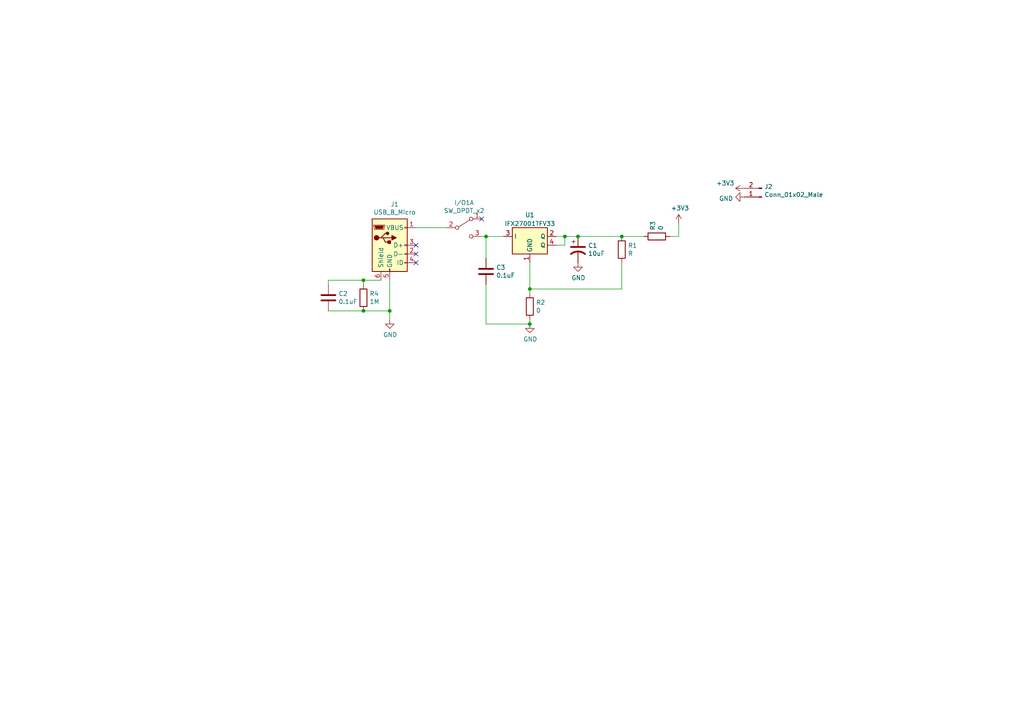
<source format=kicad_sch>
(kicad_sch (version 20211123) (generator eeschema)

  (uuid 4578a8d8-a5b6-4514-84fc-a58c69909511)

  (paper "A4")

  (lib_symbols
    (symbol "BadgePiratesSymbolLibrary:IFX27001TFV33" (in_bom yes) (on_board yes)
      (property "Reference" "U" (id 0) (at 0 6.35 0)
        (effects (font (size 1.27 1.27)))
      )
      (property "Value" "IFX27001TFV33" (id 1) (at 0 3.81 0)
        (effects (font (size 1.27 1.27)))
      )
      (property "Footprint" "Package_TO_SOT_SMD:TO-252-3_TabPin2" (id 2) (at 0 -1.27 0)
        (effects (font (size 1.27 1.27)) hide)
      )
      (property "Datasheet" "https://static6.arrow.com/aropdfconversion/dc75757ae45a88e5f69bdce3f2a651a5fe0ca07d/ifx27001_ds_10.pdf" (id 3) (at 0 -1.27 0)
        (effects (font (size 1.27 1.27)) hide)
      )
      (property "ki_keywords" "LDO positive voltage industrial" (id 4) (at 0 0 0)
        (effects (font (size 1.27 1.27)) hide)
      )
      (property "ki_description" "1A Low Dropout Regulator, positive, 3.3V fixed output, TO-252-3" (id 5) (at 0 0 0)
        (effects (font (size 1.27 1.27)) hide)
      )
      (property "ki_fp_filters" "TO?252*" (id 6) (at 0 0 0)
        (effects (font (size 1.27 1.27)) hide)
      )
      (symbol "IFX27001TFV33_1_1"
        (rectangle (start -5.08 2.54) (end 5.08 -5.08)
          (stroke (width 0.254) (type default) (color 0 0 0 0))
          (fill (type background))
        )
        (pin power_in line (at 0 -7.62 90) (length 2.54)
          (name "GND" (effects (font (size 1.27 1.27))))
          (number "1" (effects (font (size 1.27 1.27))))
        )
        (pin power_out line (at 7.62 0 180) (length 2.54)
          (name "Q" (effects (font (size 1.27 1.27))))
          (number "2" (effects (font (size 1.27 1.27))))
        )
        (pin power_in line (at -7.62 0 0) (length 2.54)
          (name "I" (effects (font (size 1.27 1.27))))
          (number "3" (effects (font (size 1.27 1.27))))
        )
        (pin power_out line (at 7.62 -2.54 180) (length 2.54)
          (name "Q" (effects (font (size 1.27 1.27))))
          (number "4" (effects (font (size 1.27 1.27))))
        )
      )
    )
    (symbol "Pivot_stand-rescue:+3.3V-power" (power) (pin_names (offset 0)) (in_bom yes) (on_board yes)
      (property "Reference" "#PWR" (id 0) (at 0 -3.81 0)
        (effects (font (size 1.27 1.27)) hide)
      )
      (property "Value" "+3.3V-power" (id 1) (at 0 3.556 0)
        (effects (font (size 1.27 1.27)))
      )
      (property "Footprint" "" (id 2) (at 0 0 0)
        (effects (font (size 1.27 1.27)) hide)
      )
      (property "Datasheet" "" (id 3) (at 0 0 0)
        (effects (font (size 1.27 1.27)) hide)
      )
      (symbol "+3.3V-power_0_1"
        (polyline
          (pts
            (xy -0.762 1.27)
            (xy 0 2.54)
          )
          (stroke (width 0) (type default) (color 0 0 0 0))
          (fill (type none))
        )
        (polyline
          (pts
            (xy 0 0)
            (xy 0 2.54)
          )
          (stroke (width 0) (type default) (color 0 0 0 0))
          (fill (type none))
        )
        (polyline
          (pts
            (xy 0 2.54)
            (xy 0.762 1.27)
          )
          (stroke (width 0) (type default) (color 0 0 0 0))
          (fill (type none))
        )
      )
      (symbol "+3.3V-power_1_1"
        (pin power_in line (at 0 0 90) (length 0) hide
          (name "+3V3" (effects (font (size 1.27 1.27))))
          (number "1" (effects (font (size 1.27 1.27))))
        )
      )
    )
    (symbol "Pivot_stand-rescue:C-Device" (pin_numbers hide) (pin_names (offset 0.254)) (in_bom yes) (on_board yes)
      (property "Reference" "C" (id 0) (at 0.635 2.54 0)
        (effects (font (size 1.27 1.27)) (justify left))
      )
      (property "Value" "C-Device" (id 1) (at 0.635 -2.54 0)
        (effects (font (size 1.27 1.27)) (justify left))
      )
      (property "Footprint" "" (id 2) (at 0.9652 -3.81 0)
        (effects (font (size 1.27 1.27)) hide)
      )
      (property "Datasheet" "" (id 3) (at 0 0 0)
        (effects (font (size 1.27 1.27)) hide)
      )
      (property "ki_fp_filters" "C_*" (id 4) (at 0 0 0)
        (effects (font (size 1.27 1.27)) hide)
      )
      (symbol "C-Device_0_1"
        (polyline
          (pts
            (xy -2.032 -0.762)
            (xy 2.032 -0.762)
          )
          (stroke (width 0.508) (type default) (color 0 0 0 0))
          (fill (type none))
        )
        (polyline
          (pts
            (xy -2.032 0.762)
            (xy 2.032 0.762)
          )
          (stroke (width 0.508) (type default) (color 0 0 0 0))
          (fill (type none))
        )
      )
      (symbol "C-Device_1_1"
        (pin passive line (at 0 3.81 270) (length 2.794)
          (name "~" (effects (font (size 1.27 1.27))))
          (number "1" (effects (font (size 1.27 1.27))))
        )
        (pin passive line (at 0 -3.81 90) (length 2.794)
          (name "~" (effects (font (size 1.27 1.27))))
          (number "2" (effects (font (size 1.27 1.27))))
        )
      )
    )
    (symbol "Pivot_stand-rescue:CP1-Device" (pin_numbers hide) (pin_names (offset 0.254) hide) (in_bom yes) (on_board yes)
      (property "Reference" "C" (id 0) (at 0.635 2.54 0)
        (effects (font (size 1.27 1.27)) (justify left))
      )
      (property "Value" "CP1-Device" (id 1) (at 0.635 -2.54 0)
        (effects (font (size 1.27 1.27)) (justify left))
      )
      (property "Footprint" "" (id 2) (at 0 0 0)
        (effects (font (size 1.27 1.27)) hide)
      )
      (property "Datasheet" "" (id 3) (at 0 0 0)
        (effects (font (size 1.27 1.27)) hide)
      )
      (property "ki_fp_filters" "CP_*" (id 4) (at 0 0 0)
        (effects (font (size 1.27 1.27)) hide)
      )
      (symbol "CP1-Device_0_1"
        (polyline
          (pts
            (xy -2.032 0.762)
            (xy 2.032 0.762)
          )
          (stroke (width 0.508) (type default) (color 0 0 0 0))
          (fill (type none))
        )
        (polyline
          (pts
            (xy -1.778 2.286)
            (xy -0.762 2.286)
          )
          (stroke (width 0) (type default) (color 0 0 0 0))
          (fill (type none))
        )
        (polyline
          (pts
            (xy -1.27 1.778)
            (xy -1.27 2.794)
          )
          (stroke (width 0) (type default) (color 0 0 0 0))
          (fill (type none))
        )
        (arc (start 2.032 -1.27) (mid 0 -0.5572) (end -2.032 -1.27)
          (stroke (width 0.508) (type default) (color 0 0 0 0))
          (fill (type none))
        )
      )
      (symbol "CP1-Device_1_1"
        (pin passive line (at 0 3.81 270) (length 2.794)
          (name "~" (effects (font (size 1.27 1.27))))
          (number "1" (effects (font (size 1.27 1.27))))
        )
        (pin passive line (at 0 -3.81 90) (length 3.302)
          (name "~" (effects (font (size 1.27 1.27))))
          (number "2" (effects (font (size 1.27 1.27))))
        )
      )
    )
    (symbol "Pivot_stand-rescue:Conn_01x02_Male-Connector" (pin_names (offset 1.016) hide) (in_bom yes) (on_board yes)
      (property "Reference" "J" (id 0) (at 0 2.54 0)
        (effects (font (size 1.27 1.27)))
      )
      (property "Value" "Conn_01x02_Male-Connector" (id 1) (at 0 -5.08 0)
        (effects (font (size 1.27 1.27)))
      )
      (property "Footprint" "" (id 2) (at 0 0 0)
        (effects (font (size 1.27 1.27)) hide)
      )
      (property "Datasheet" "" (id 3) (at 0 0 0)
        (effects (font (size 1.27 1.27)) hide)
      )
      (property "ki_fp_filters" "Connector*:*_1x??_*" (id 4) (at 0 0 0)
        (effects (font (size 1.27 1.27)) hide)
      )
      (symbol "Conn_01x02_Male-Connector_1_1"
        (polyline
          (pts
            (xy 1.27 -2.54)
            (xy 0.8636 -2.54)
          )
          (stroke (width 0.1524) (type default) (color 0 0 0 0))
          (fill (type none))
        )
        (polyline
          (pts
            (xy 1.27 0)
            (xy 0.8636 0)
          )
          (stroke (width 0.1524) (type default) (color 0 0 0 0))
          (fill (type none))
        )
        (rectangle (start 0.8636 -2.413) (end 0 -2.667)
          (stroke (width 0.1524) (type default) (color 0 0 0 0))
          (fill (type outline))
        )
        (rectangle (start 0.8636 0.127) (end 0 -0.127)
          (stroke (width 0.1524) (type default) (color 0 0 0 0))
          (fill (type outline))
        )
        (pin passive line (at 5.08 0 180) (length 3.81)
          (name "Pin_1" (effects (font (size 1.27 1.27))))
          (number "1" (effects (font (size 1.27 1.27))))
        )
        (pin passive line (at 5.08 -2.54 180) (length 3.81)
          (name "Pin_2" (effects (font (size 1.27 1.27))))
          (number "2" (effects (font (size 1.27 1.27))))
        )
      )
    )
    (symbol "Pivot_stand-rescue:R-Device" (pin_numbers hide) (pin_names (offset 0)) (in_bom yes) (on_board yes)
      (property "Reference" "R" (id 0) (at 2.032 0 90)
        (effects (font (size 1.27 1.27)))
      )
      (property "Value" "R-Device" (id 1) (at 0 0 90)
        (effects (font (size 1.27 1.27)))
      )
      (property "Footprint" "" (id 2) (at -1.778 0 90)
        (effects (font (size 1.27 1.27)) hide)
      )
      (property "Datasheet" "" (id 3) (at 0 0 0)
        (effects (font (size 1.27 1.27)) hide)
      )
      (property "ki_fp_filters" "R_*" (id 4) (at 0 0 0)
        (effects (font (size 1.27 1.27)) hide)
      )
      (symbol "R-Device_0_1"
        (rectangle (start -1.016 -2.54) (end 1.016 2.54)
          (stroke (width 0.254) (type default) (color 0 0 0 0))
          (fill (type none))
        )
      )
      (symbol "R-Device_1_1"
        (pin passive line (at 0 3.81 270) (length 1.27)
          (name "~" (effects (font (size 1.27 1.27))))
          (number "1" (effects (font (size 1.27 1.27))))
        )
        (pin passive line (at 0 -3.81 90) (length 1.27)
          (name "~" (effects (font (size 1.27 1.27))))
          (number "2" (effects (font (size 1.27 1.27))))
        )
      )
    )
    (symbol "Pivot_stand-rescue:USB_B_Micro-Connector" (pin_names (offset 1.016)) (in_bom yes) (on_board yes)
      (property "Reference" "J" (id 0) (at -5.08 11.43 0)
        (effects (font (size 1.27 1.27)) (justify left))
      )
      (property "Value" "USB_B_Micro-Connector" (id 1) (at -5.08 8.89 0)
        (effects (font (size 1.27 1.27)) (justify left))
      )
      (property "Footprint" "" (id 2) (at 3.81 -1.27 0)
        (effects (font (size 1.27 1.27)) hide)
      )
      (property "Datasheet" "" (id 3) (at 3.81 -1.27 0)
        (effects (font (size 1.27 1.27)) hide)
      )
      (property "ki_fp_filters" "USB*" (id 4) (at 0 0 0)
        (effects (font (size 1.27 1.27)) hide)
      )
      (symbol "USB_B_Micro-Connector_0_1"
        (rectangle (start -5.08 -7.62) (end 5.08 7.62)
          (stroke (width 0.254) (type default) (color 0 0 0 0))
          (fill (type background))
        )
        (circle (center -3.81 2.159) (radius 0.635)
          (stroke (width 0.254) (type default) (color 0 0 0 0))
          (fill (type outline))
        )
        (circle (center -0.635 3.429) (radius 0.381)
          (stroke (width 0.254) (type default) (color 0 0 0 0))
          (fill (type outline))
        )
        (rectangle (start -0.127 -7.62) (end 0.127 -6.858)
          (stroke (width 0) (type default) (color 0 0 0 0))
          (fill (type none))
        )
        (polyline
          (pts
            (xy -1.905 2.159)
            (xy 0.635 2.159)
          )
          (stroke (width 0.254) (type default) (color 0 0 0 0))
          (fill (type none))
        )
        (polyline
          (pts
            (xy -3.175 2.159)
            (xy -2.54 2.159)
            (xy -1.27 3.429)
            (xy -0.635 3.429)
          )
          (stroke (width 0.254) (type default) (color 0 0 0 0))
          (fill (type none))
        )
        (polyline
          (pts
            (xy -2.54 2.159)
            (xy -1.905 2.159)
            (xy -1.27 0.889)
            (xy 0 0.889)
          )
          (stroke (width 0.254) (type default) (color 0 0 0 0))
          (fill (type none))
        )
        (polyline
          (pts
            (xy 0.635 2.794)
            (xy 0.635 1.524)
            (xy 1.905 2.159)
            (xy 0.635 2.794)
          )
          (stroke (width 0.254) (type default) (color 0 0 0 0))
          (fill (type outline))
        )
        (polyline
          (pts
            (xy -4.318 5.588)
            (xy -1.778 5.588)
            (xy -2.032 4.826)
            (xy -4.064 4.826)
            (xy -4.318 5.588)
          )
          (stroke (width 0) (type default) (color 0 0 0 0))
          (fill (type outline))
        )
        (polyline
          (pts
            (xy -4.699 5.842)
            (xy -4.699 5.588)
            (xy -4.445 4.826)
            (xy -4.445 4.572)
            (xy -1.651 4.572)
            (xy -1.651 4.826)
            (xy -1.397 5.588)
            (xy -1.397 5.842)
            (xy -4.699 5.842)
          )
          (stroke (width 0) (type default) (color 0 0 0 0))
          (fill (type none))
        )
        (rectangle (start 0.254 1.27) (end -0.508 0.508)
          (stroke (width 0.254) (type default) (color 0 0 0 0))
          (fill (type outline))
        )
        (rectangle (start 5.08 -5.207) (end 4.318 -4.953)
          (stroke (width 0) (type default) (color 0 0 0 0))
          (fill (type none))
        )
        (rectangle (start 5.08 -2.667) (end 4.318 -2.413)
          (stroke (width 0) (type default) (color 0 0 0 0))
          (fill (type none))
        )
        (rectangle (start 5.08 -0.127) (end 4.318 0.127)
          (stroke (width 0) (type default) (color 0 0 0 0))
          (fill (type none))
        )
        (rectangle (start 5.08 4.953) (end 4.318 5.207)
          (stroke (width 0) (type default) (color 0 0 0 0))
          (fill (type none))
        )
      )
      (symbol "USB_B_Micro-Connector_1_1"
        (pin power_out line (at 7.62 5.08 180) (length 2.54)
          (name "VBUS" (effects (font (size 1.27 1.27))))
          (number "1" (effects (font (size 1.27 1.27))))
        )
        (pin bidirectional line (at 7.62 -2.54 180) (length 2.54)
          (name "D-" (effects (font (size 1.27 1.27))))
          (number "2" (effects (font (size 1.27 1.27))))
        )
        (pin bidirectional line (at 7.62 0 180) (length 2.54)
          (name "D+" (effects (font (size 1.27 1.27))))
          (number "3" (effects (font (size 1.27 1.27))))
        )
        (pin passive line (at 7.62 -5.08 180) (length 2.54)
          (name "ID" (effects (font (size 1.27 1.27))))
          (number "4" (effects (font (size 1.27 1.27))))
        )
        (pin power_out line (at 0 -10.16 90) (length 2.54)
          (name "GND" (effects (font (size 1.27 1.27))))
          (number "5" (effects (font (size 1.27 1.27))))
        )
        (pin passive line (at -2.54 -10.16 90) (length 2.54)
          (name "Shield" (effects (font (size 1.27 1.27))))
          (number "6" (effects (font (size 1.27 1.27))))
        )
      )
    )
    (symbol "Switch:SW_DPDT_x2" (pin_names (offset 0) hide) (in_bom yes) (on_board yes)
      (property "Reference" "SW" (id 0) (at 0 4.318 0)
        (effects (font (size 1.27 1.27)))
      )
      (property "Value" "SW_DPDT_x2" (id 1) (at 0 -5.08 0)
        (effects (font (size 1.27 1.27)))
      )
      (property "Footprint" "" (id 2) (at 0 0 0)
        (effects (font (size 1.27 1.27)) hide)
      )
      (property "Datasheet" "~" (id 3) (at 0 0 0)
        (effects (font (size 1.27 1.27)) hide)
      )
      (property "ki_keywords" "switch dual-pole double-throw DPDT spdt ON-ON" (id 4) (at 0 0 0)
        (effects (font (size 1.27 1.27)) hide)
      )
      (property "ki_description" "Switch, dual pole double throw, separate symbols" (id 5) (at 0 0 0)
        (effects (font (size 1.27 1.27)) hide)
      )
      (property "ki_fp_filters" "SW*DPDT*" (id 6) (at 0 0 0)
        (effects (font (size 1.27 1.27)) hide)
      )
      (symbol "SW_DPDT_x2_0_0"
        (circle (center -2.032 0) (radius 0.508)
          (stroke (width 0) (type default) (color 0 0 0 0))
          (fill (type none))
        )
        (circle (center 2.032 -2.54) (radius 0.508)
          (stroke (width 0) (type default) (color 0 0 0 0))
          (fill (type none))
        )
      )
      (symbol "SW_DPDT_x2_0_1"
        (polyline
          (pts
            (xy -1.524 0.254)
            (xy 1.651 2.286)
          )
          (stroke (width 0) (type default) (color 0 0 0 0))
          (fill (type none))
        )
        (circle (center 2.032 2.54) (radius 0.508)
          (stroke (width 0) (type default) (color 0 0 0 0))
          (fill (type none))
        )
      )
      (symbol "SW_DPDT_x2_1_1"
        (pin passive line (at 5.08 2.54 180) (length 2.54)
          (name "A" (effects (font (size 1.27 1.27))))
          (number "1" (effects (font (size 1.27 1.27))))
        )
        (pin passive line (at -5.08 0 0) (length 2.54)
          (name "B" (effects (font (size 1.27 1.27))))
          (number "2" (effects (font (size 1.27 1.27))))
        )
        (pin passive line (at 5.08 -2.54 180) (length 2.54)
          (name "C" (effects (font (size 1.27 1.27))))
          (number "3" (effects (font (size 1.27 1.27))))
        )
      )
      (symbol "SW_DPDT_x2_2_1"
        (pin passive line (at 5.08 2.54 180) (length 2.54)
          (name "A" (effects (font (size 1.27 1.27))))
          (number "4" (effects (font (size 1.27 1.27))))
        )
        (pin passive line (at -5.08 0 0) (length 2.54)
          (name "B" (effects (font (size 1.27 1.27))))
          (number "5" (effects (font (size 1.27 1.27))))
        )
        (pin passive line (at 5.08 -2.54 180) (length 2.54)
          (name "C" (effects (font (size 1.27 1.27))))
          (number "6" (effects (font (size 1.27 1.27))))
        )
      )
    )
    (symbol "power:GND" (power) (pin_names (offset 0)) (in_bom yes) (on_board yes)
      (property "Reference" "#PWR" (id 0) (at 0 -6.35 0)
        (effects (font (size 1.27 1.27)) hide)
      )
      (property "Value" "GND" (id 1) (at 0 -3.81 0)
        (effects (font (size 1.27 1.27)))
      )
      (property "Footprint" "" (id 2) (at 0 0 0)
        (effects (font (size 1.27 1.27)) hide)
      )
      (property "Datasheet" "" (id 3) (at 0 0 0)
        (effects (font (size 1.27 1.27)) hide)
      )
      (property "ki_keywords" "power-flag" (id 4) (at 0 0 0)
        (effects (font (size 1.27 1.27)) hide)
      )
      (property "ki_description" "Power symbol creates a global label with name \"GND\" , ground" (id 5) (at 0 0 0)
        (effects (font (size 1.27 1.27)) hide)
      )
      (symbol "GND_0_1"
        (polyline
          (pts
            (xy 0 0)
            (xy 0 -1.27)
            (xy 1.27 -1.27)
            (xy 0 -2.54)
            (xy -1.27 -1.27)
            (xy 0 -1.27)
          )
          (stroke (width 0) (type default) (color 0 0 0 0))
          (fill (type none))
        )
      )
      (symbol "GND_1_1"
        (pin power_in line (at 0 0 270) (length 0) hide
          (name "GND" (effects (font (size 1.27 1.27))))
          (number "1" (effects (font (size 1.27 1.27))))
        )
      )
    )
  )

  (junction (at 180.34 68.58) (diameter 0) (color 0 0 0 0)
    (uuid 0153ca17-1a7e-4af7-b40e-a9014ce767b7)
  )
  (junction (at 105.41 90.17) (diameter 0) (color 0 0 0 0)
    (uuid 2a9fa736-f329-4d4b-806b-d7696ec2666b)
  )
  (junction (at 113.03 90.17) (diameter 0) (color 0 0 0 0)
    (uuid 32693c65-d2ce-445a-a6ed-88883e885f06)
  )
  (junction (at 153.67 83.82) (diameter 0) (color 0 0 0 0)
    (uuid 522019b8-4c14-4300-b485-6a95d44d15e8)
  )
  (junction (at 167.64 68.58) (diameter 0) (color 0 0 0 0)
    (uuid a1696771-a708-4a8d-abb8-02132fa9a25e)
  )
  (junction (at 163.83 68.58) (diameter 0) (color 0 0 0 0)
    (uuid a7e96f84-02ac-4ea5-aad6-eb5381697d3e)
  )
  (junction (at 153.67 93.98) (diameter 0) (color 0 0 0 0)
    (uuid c6810b87-308b-44ba-8bf3-b638ad67fc8b)
  )
  (junction (at 140.97 68.58) (diameter 0) (color 0 0 0 0)
    (uuid dd24b33d-8394-4849-b74a-70ca43676679)
  )
  (junction (at 105.41 81.28) (diameter 0) (color 0 0 0 0)
    (uuid f8717a87-d338-4630-82af-68fb2543bf41)
  )

  (no_connect (at 120.65 71.12) (uuid 78d53ca5-3881-4991-87bb-f26775dd8cd5))
  (no_connect (at 120.65 73.66) (uuid 99b24cc4-e53d-4966-9971-ba19d8bb90b9))
  (no_connect (at 120.65 76.2) (uuid 9f58554a-1c9a-4bff-b9e6-ebda8c081366))
  (no_connect (at 139.7 63.5) (uuid f27e438b-5eab-4a51-bcc9-9ad2ecedd5e1))

  (wire (pts (xy 110.49 81.28) (xy 105.41 81.28))
    (stroke (width 0) (type default) (color 0 0 0 0))
    (uuid 04166bc4-e3bf-4474-b5e8-887b264d3ed3)
  )
  (wire (pts (xy 146.05 68.58) (xy 140.97 68.58))
    (stroke (width 0) (type default) (color 0 0 0 0))
    (uuid 12e91647-842b-4f9a-8699-89cb72820fe4)
  )
  (wire (pts (xy 180.34 68.58) (xy 186.69 68.58))
    (stroke (width 0) (type default) (color 0 0 0 0))
    (uuid 1b92a47f-032e-4a86-8260-4900d41b38c6)
  )
  (wire (pts (xy 161.29 71.12) (xy 163.83 71.12))
    (stroke (width 0) (type default) (color 0 0 0 0))
    (uuid 2bae73ff-50b5-4c15-aec0-bbbe059e6127)
  )
  (wire (pts (xy 180.34 83.82) (xy 153.67 83.82))
    (stroke (width 0) (type default) (color 0 0 0 0))
    (uuid 36b9d95d-8bd7-4bc5-8921-622a29d3f5a5)
  )
  (wire (pts (xy 120.65 66.04) (xy 129.54 66.04))
    (stroke (width 0) (type default) (color 0 0 0 0))
    (uuid 3a4ec444-9a4a-4cbd-afd9-079743511169)
  )
  (wire (pts (xy 140.97 68.58) (xy 139.7 68.58))
    (stroke (width 0) (type default) (color 0 0 0 0))
    (uuid 59283e80-e52a-4954-bf1c-8afaad33cb5e)
  )
  (wire (pts (xy 153.67 83.82) (xy 153.67 85.09))
    (stroke (width 0) (type default) (color 0 0 0 0))
    (uuid 5ab86d82-82ae-46fd-a014-be67c0934960)
  )
  (wire (pts (xy 196.85 68.58) (xy 196.85 64.77))
    (stroke (width 0) (type default) (color 0 0 0 0))
    (uuid 5d8f2da7-201a-4970-ae41-d04f508fe19a)
  )
  (wire (pts (xy 167.64 68.58) (xy 180.34 68.58))
    (stroke (width 0) (type default) (color 0 0 0 0))
    (uuid 61782201-7c9d-4e3a-9c59-4ac61c8fd986)
  )
  (wire (pts (xy 163.83 68.58) (xy 163.83 71.12))
    (stroke (width 0) (type default) (color 0 0 0 0))
    (uuid 694decd2-10b6-4439-a0ec-f7b18bfd64f5)
  )
  (wire (pts (xy 105.41 81.28) (xy 105.41 82.55))
    (stroke (width 0) (type default) (color 0 0 0 0))
    (uuid 69f3ba51-8a40-4d1b-8248-24c1d916b6de)
  )
  (wire (pts (xy 194.31 68.58) (xy 196.85 68.58))
    (stroke (width 0) (type default) (color 0 0 0 0))
    (uuid 8d5b6a62-bc7c-43c6-90da-b94fcf193149)
  )
  (wire (pts (xy 105.41 90.17) (xy 113.03 90.17))
    (stroke (width 0) (type default) (color 0 0 0 0))
    (uuid 9e6c3b3e-6e94-44c9-b21f-569f682eb2f3)
  )
  (wire (pts (xy 161.29 68.58) (xy 163.83 68.58))
    (stroke (width 0) (type default) (color 0 0 0 0))
    (uuid a4da7764-e842-42ef-bd83-097358f35675)
  )
  (wire (pts (xy 113.03 90.17) (xy 113.03 92.71))
    (stroke (width 0) (type default) (color 0 0 0 0))
    (uuid a72fd9b7-10b5-46d5-8965-56bad6926eef)
  )
  (wire (pts (xy 140.97 74.93) (xy 140.97 68.58))
    (stroke (width 0) (type default) (color 0 0 0 0))
    (uuid acd21294-0801-4165-97f8-9e48d190c2b7)
  )
  (wire (pts (xy 113.03 81.28) (xy 113.03 90.17))
    (stroke (width 0) (type default) (color 0 0 0 0))
    (uuid b01168fe-6336-4116-878a-cf9c36f6164d)
  )
  (wire (pts (xy 95.25 81.28) (xy 105.41 81.28))
    (stroke (width 0) (type default) (color 0 0 0 0))
    (uuid b2a302f1-ae19-40ba-a8b7-06e0446d2310)
  )
  (wire (pts (xy 180.34 76.2) (xy 180.34 83.82))
    (stroke (width 0) (type default) (color 0 0 0 0))
    (uuid b42f3b6e-9d95-44d2-bc66-9d7aa83a4884)
  )
  (wire (pts (xy 153.67 92.71) (xy 153.67 93.98))
    (stroke (width 0) (type default) (color 0 0 0 0))
    (uuid b9860844-b6a5-4678-a2ec-c08b667356b6)
  )
  (wire (pts (xy 95.25 90.17) (xy 105.41 90.17))
    (stroke (width 0) (type default) (color 0 0 0 0))
    (uuid c9219175-2e51-4b92-a00e-ff2d29dffcf8)
  )
  (wire (pts (xy 140.97 93.98) (xy 153.67 93.98))
    (stroke (width 0) (type default) (color 0 0 0 0))
    (uuid ca28b03c-0f4b-440b-b5c0-3ccfd104325e)
  )
  (wire (pts (xy 153.67 76.2) (xy 153.67 83.82))
    (stroke (width 0) (type default) (color 0 0 0 0))
    (uuid d8a69b45-bdf3-4759-b0d1-e58fd8073681)
  )
  (wire (pts (xy 95.25 82.55) (xy 95.25 81.28))
    (stroke (width 0) (type default) (color 0 0 0 0))
    (uuid df2a83bf-5e10-4a87-aa85-e663fa00429e)
  )
  (wire (pts (xy 140.97 82.55) (xy 140.97 93.98))
    (stroke (width 0) (type default) (color 0 0 0 0))
    (uuid f94ecd4a-387c-429e-a25e-1864733a0366)
  )
  (wire (pts (xy 163.83 68.58) (xy 167.64 68.58))
    (stroke (width 0) (type default) (color 0 0 0 0))
    (uuid fea2644d-1dc0-4a76-aad2-24a6b6aa2bed)
  )

  (symbol (lib_id "Pivot_stand-rescue:USB_B_Micro-Connector") (at 113.03 71.12 0) (unit 1)
    (in_bom yes) (on_board yes)
    (uuid 00000000-0000-0000-0000-000060e39c54)
    (property "Reference" "J1" (id 0) (at 114.4778 59.2582 0))
    (property "Value" "USB_B_Micro" (id 1) (at 114.4778 61.5696 0))
    (property "Footprint" "Connector_USB:USB_Micro-B_Wuerth_629105150521" (id 2) (at 116.84 72.39 0)
      (effects (font (size 1.27 1.27)) hide)
    )
    (property "Datasheet" "~" (id 3) (at 116.84 72.39 0)
      (effects (font (size 1.27 1.27)) hide)
    )
    (pin "1" (uuid 4f297a61-9956-41dc-a323-3e2e188114b6))
    (pin "2" (uuid c3379e9e-c511-4ed5-9ae3-50ebf8fdd428))
    (pin "3" (uuid f2bd01f7-a4ab-442d-8f12-e1742629b027))
    (pin "4" (uuid dbb3266f-1b8d-401e-8010-fceb917cfdf3))
    (pin "5" (uuid 69d95063-14c4-4736-9a79-2eea93b9c6ba))
    (pin "6" (uuid 6eddb89b-0c36-423f-bd98-85a404da44ba))
  )

  (symbol (lib_id "power:GND") (at 113.03 92.71 0) (unit 1)
    (in_bom yes) (on_board yes)
    (uuid 00000000-0000-0000-0000-000060e3b963)
    (property "Reference" "#PWR0101" (id 0) (at 113.03 99.06 0)
      (effects (font (size 1.27 1.27)) hide)
    )
    (property "Value" "GND" (id 1) (at 113.157 97.1042 0))
    (property "Footprint" "" (id 2) (at 113.03 92.71 0)
      (effects (font (size 1.27 1.27)) hide)
    )
    (property "Datasheet" "" (id 3) (at 113.03 92.71 0)
      (effects (font (size 1.27 1.27)) hide)
    )
    (pin "1" (uuid 53358c47-8550-47f7-ab0c-8dae4e1e18e0))
  )

  (symbol (lib_id "power:GND") (at 153.67 93.98 0) (unit 1)
    (in_bom yes) (on_board yes)
    (uuid 00000000-0000-0000-0000-000060e3f785)
    (property "Reference" "#PWR0103" (id 0) (at 153.67 100.33 0)
      (effects (font (size 1.27 1.27)) hide)
    )
    (property "Value" "GND" (id 1) (at 153.797 98.3742 0))
    (property "Footprint" "" (id 2) (at 153.67 93.98 0)
      (effects (font (size 1.27 1.27)) hide)
    )
    (property "Datasheet" "" (id 3) (at 153.67 93.98 0)
      (effects (font (size 1.27 1.27)) hide)
    )
    (pin "1" (uuid 4e2cee46-da82-4255-b57b-1ce87d07006e))
  )

  (symbol (lib_id "power:GND") (at 167.64 76.2 0) (unit 1)
    (in_bom yes) (on_board yes)
    (uuid 00000000-0000-0000-0000-000060e3fee4)
    (property "Reference" "#PWR0104" (id 0) (at 167.64 82.55 0)
      (effects (font (size 1.27 1.27)) hide)
    )
    (property "Value" "GND" (id 1) (at 167.767 80.5942 0))
    (property "Footprint" "" (id 2) (at 167.64 76.2 0)
      (effects (font (size 1.27 1.27)) hide)
    )
    (property "Datasheet" "" (id 3) (at 167.64 76.2 0)
      (effects (font (size 1.27 1.27)) hide)
    )
    (pin "1" (uuid 9cb85639-d53c-4cd0-a820-7bf1905bf6ec))
  )

  (symbol (lib_id "Pivot_stand-rescue:CP1-Device") (at 167.64 72.39 0) (unit 1)
    (in_bom yes) (on_board yes)
    (uuid 00000000-0000-0000-0000-000060e4098a)
    (property "Reference" "C1" (id 0) (at 170.561 71.2216 0)
      (effects (font (size 1.27 1.27)) (justify left))
    )
    (property "Value" "10uF" (id 1) (at 170.561 73.533 0)
      (effects (font (size 1.27 1.27)) (justify left))
    )
    (property "Footprint" "BadgePirates:C_0805_2012Metric" (id 2) (at 167.64 72.39 0)
      (effects (font (size 1.27 1.27)) hide)
    )
    (property "Datasheet" "~" (id 3) (at 167.64 72.39 0)
      (effects (font (size 1.27 1.27)) hide)
    )
    (pin "1" (uuid 3f4363ae-d121-4e16-a225-439de499f9d2))
    (pin "2" (uuid 68ac3942-a179-4ef5-8d20-6c02dce8e0de))
  )

  (symbol (lib_id "Pivot_stand-rescue:R-Device") (at 180.34 72.39 0) (unit 1)
    (in_bom yes) (on_board yes)
    (uuid 00000000-0000-0000-0000-000060e419b2)
    (property "Reference" "R1" (id 0) (at 182.118 71.2216 0)
      (effects (font (size 1.27 1.27)) (justify left))
    )
    (property "Value" "R" (id 1) (at 182.118 73.533 0)
      (effects (font (size 1.27 1.27)) (justify left))
    )
    (property "Footprint" "BadgePirates:R_1206_3216Metric" (id 2) (at 178.562 72.39 90)
      (effects (font (size 1.27 1.27)) hide)
    )
    (property "Datasheet" "~" (id 3) (at 180.34 72.39 0)
      (effects (font (size 1.27 1.27)) hide)
    )
    (pin "1" (uuid c88ded3d-4dd8-4d06-a308-76d26a3c4cb3))
    (pin "2" (uuid 5435ce42-7801-4b06-a622-55904e095b42))
  )

  (symbol (lib_id "Pivot_stand-rescue:Conn_01x02_Male-Connector") (at 220.98 57.15 180) (unit 1)
    (in_bom yes) (on_board yes)
    (uuid 00000000-0000-0000-0000-000060e4666c)
    (property "Reference" "J2" (id 0) (at 221.6912 54.1528 0)
      (effects (font (size 1.27 1.27)) (justify right))
    )
    (property "Value" "Conn_01x02_Male" (id 1) (at 221.6912 56.4642 0)
      (effects (font (size 1.27 1.27)) (justify right))
    )
    (property "Footprint" "Connector_PinHeader_2.00mm:PinHeader_1x02_P2.00mm_Vertical" (id 2) (at 220.98 57.15 0)
      (effects (font (size 1.27 1.27)) hide)
    )
    (property "Datasheet" "~" (id 3) (at 220.98 57.15 0)
      (effects (font (size 1.27 1.27)) hide)
    )
    (pin "1" (uuid dd82c93a-e706-4525-86b6-a7ff4eb71435))
    (pin "2" (uuid 63086348-f890-4dad-8945-666ecc46fb72))
  )

  (symbol (lib_id "power:GND") (at 215.9 57.15 270) (unit 1)
    (in_bom yes) (on_board yes)
    (uuid 00000000-0000-0000-0000-000060e489cf)
    (property "Reference" "#PWR0102" (id 0) (at 209.55 57.15 0)
      (effects (font (size 1.27 1.27)) hide)
    )
    (property "Value" "GND" (id 1) (at 212.6234 57.5818 90)
      (effects (font (size 1.27 1.27)) (justify right))
    )
    (property "Footprint" "" (id 2) (at 215.9 57.15 0)
      (effects (font (size 1.27 1.27)) hide)
    )
    (property "Datasheet" "" (id 3) (at 215.9 57.15 0)
      (effects (font (size 1.27 1.27)) hide)
    )
    (pin "1" (uuid c43c12ef-b5ed-4e81-98d4-e74adf8ad6a3))
  )

  (symbol (lib_id "Pivot_stand-rescue:+3.3V-power") (at 196.85 64.77 0) (unit 1)
    (in_bom yes) (on_board yes)
    (uuid 00000000-0000-0000-0000-000060e492da)
    (property "Reference" "#PWR0106" (id 0) (at 196.85 68.58 0)
      (effects (font (size 1.27 1.27)) hide)
    )
    (property "Value" "+3.3V" (id 1) (at 197.231 60.3758 0))
    (property "Footprint" "" (id 2) (at 196.85 64.77 0)
      (effects (font (size 1.27 1.27)) hide)
    )
    (property "Datasheet" "" (id 3) (at 196.85 64.77 0)
      (effects (font (size 1.27 1.27)) hide)
    )
    (pin "1" (uuid 2546f434-d841-44e5-b55a-244f8c4c6942))
  )

  (symbol (lib_id "Pivot_stand-rescue:+3.3V-power") (at 215.9 54.61 90) (unit 1)
    (in_bom yes) (on_board yes)
    (uuid 00000000-0000-0000-0000-000060e49b1d)
    (property "Reference" "#PWR0107" (id 0) (at 219.71 54.61 0)
      (effects (font (size 1.27 1.27)) hide)
    )
    (property "Value" "+3.3V" (id 1) (at 210.3628 53.1368 90))
    (property "Footprint" "" (id 2) (at 215.9 54.61 0)
      (effects (font (size 1.27 1.27)) hide)
    )
    (property "Datasheet" "" (id 3) (at 215.9 54.61 0)
      (effects (font (size 1.27 1.27)) hide)
    )
    (pin "1" (uuid 5c56b87e-d10a-4de3-b8be-d47336dad277))
  )

  (symbol (lib_id "Switch:SW_DPDT_x2") (at 134.62 66.04 0) (unit 1)
    (in_bom yes) (on_board yes)
    (uuid 00000000-0000-0000-0000-000060fab1c6)
    (property "Reference" "I/O1" (id 0) (at 134.62 58.801 0))
    (property "Value" "SW_DPDT_x2" (id 1) (at 134.62 61.1124 0))
    (property "Footprint" "Button_Switch_SMD:SW_SPDT_CK-JS102011SAQN" (id 2) (at 134.62 66.04 0)
      (effects (font (size 1.27 1.27)) hide)
    )
    (property "Datasheet" "~" (id 3) (at 134.62 66.04 0)
      (effects (font (size 1.27 1.27)) hide)
    )
    (pin "1" (uuid 2c679d74-7f74-404b-b9f6-6bcd771d9e3c))
    (pin "2" (uuid cadd665f-21ef-45ab-8ba8-1b3060b63063))
    (pin "3" (uuid 012705d1-ffec-4627-9cce-e814b594c0b7))
    (pin "4" (uuid 98ec0992-c22e-4487-ad02-ef3ad15d2ab9))
    (pin "5" (uuid a508c741-3a51-497c-a38e-7eea6e8cb2c8))
    (pin "6" (uuid dd9da85c-b30a-4ef1-ba23-a625c63f548e))
  )

  (symbol (lib_id "Pivot_stand-rescue:R-Device") (at 153.67 88.9 0) (unit 1)
    (in_bom yes) (on_board yes)
    (uuid 00000000-0000-0000-0000-0000634c8f07)
    (property "Reference" "R2" (id 0) (at 155.448 87.7316 0)
      (effects (font (size 1.27 1.27)) (justify left))
    )
    (property "Value" "0" (id 1) (at 155.448 90.043 0)
      (effects (font (size 1.27 1.27)) (justify left))
    )
    (property "Footprint" "BadgePirates:R_1206_3216Metric" (id 2) (at 151.892 88.9 90)
      (effects (font (size 1.27 1.27)) hide)
    )
    (property "Datasheet" "~" (id 3) (at 153.67 88.9 0)
      (effects (font (size 1.27 1.27)) hide)
    )
    (pin "1" (uuid 162df70e-39d6-4e06-9409-9750b1474166))
    (pin "2" (uuid 91e97e5e-a9bb-479a-bcad-b494d10630f0))
  )

  (symbol (lib_id "Pivot_stand-rescue:R-Device") (at 190.5 68.58 90) (unit 1)
    (in_bom yes) (on_board yes)
    (uuid 00000000-0000-0000-0000-0000634ce49d)
    (property "Reference" "R3" (id 0) (at 189.3316 66.802 0)
      (effects (font (size 1.27 1.27)) (justify left))
    )
    (property "Value" "0" (id 1) (at 191.643 66.802 0)
      (effects (font (size 1.27 1.27)) (justify left))
    )
    (property "Footprint" "BadgePirates:R_1206_3216Metric" (id 2) (at 190.5 70.358 90)
      (effects (font (size 1.27 1.27)) hide)
    )
    (property "Datasheet" "~" (id 3) (at 190.5 68.58 0)
      (effects (font (size 1.27 1.27)) hide)
    )
    (pin "1" (uuid 05e5a24b-4c9c-4679-bc43-5b280502e8eb))
    (pin "2" (uuid 833e17e8-8f79-462f-97a0-9338bf9e962e))
  )

  (symbol (lib_id "Pivot_stand-rescue:R-Device") (at 105.41 86.36 0) (unit 1)
    (in_bom yes) (on_board yes)
    (uuid 00000000-0000-0000-0000-0000634cf86b)
    (property "Reference" "R4" (id 0) (at 107.188 85.1916 0)
      (effects (font (size 1.27 1.27)) (justify left))
    )
    (property "Value" "1M" (id 1) (at 107.188 87.503 0)
      (effects (font (size 1.27 1.27)) (justify left))
    )
    (property "Footprint" "BadgePirates:R_1206_3216Metric" (id 2) (at 103.632 86.36 90)
      (effects (font (size 1.27 1.27)) hide)
    )
    (property "Datasheet" "~" (id 3) (at 105.41 86.36 0)
      (effects (font (size 1.27 1.27)) hide)
    )
    (pin "1" (uuid 9bff3da4-da05-43c7-97fd-3ca5e41a5bc1))
    (pin "2" (uuid 5cb0c496-8442-433a-bfc0-04d9d852734e))
  )

  (symbol (lib_id "Pivot_stand-rescue:C-Device") (at 95.25 86.36 0) (unit 1)
    (in_bom yes) (on_board yes)
    (uuid 00000000-0000-0000-0000-0000634cfdf9)
    (property "Reference" "C2" (id 0) (at 98.171 85.1916 0)
      (effects (font (size 1.27 1.27)) (justify left))
    )
    (property "Value" "0.1uF" (id 1) (at 98.171 87.503 0)
      (effects (font (size 1.27 1.27)) (justify left))
    )
    (property "Footprint" "BadgePirates:C_0805_2012Metric" (id 2) (at 96.2152 90.17 0)
      (effects (font (size 1.27 1.27)) hide)
    )
    (property "Datasheet" "~" (id 3) (at 95.25 86.36 0)
      (effects (font (size 1.27 1.27)) hide)
    )
    (pin "1" (uuid 6fee929f-56b6-4a91-bf02-0275c6733f79))
    (pin "2" (uuid 8d16c271-cc93-4ddb-9737-8550deac6f2f))
  )

  (symbol (lib_id "Pivot_stand-rescue:C-Device") (at 140.97 78.74 0) (unit 1)
    (in_bom yes) (on_board yes)
    (uuid 00000000-0000-0000-0000-0000634d2767)
    (property "Reference" "C3" (id 0) (at 143.891 77.5716 0)
      (effects (font (size 1.27 1.27)) (justify left))
    )
    (property "Value" "0.1uF" (id 1) (at 143.891 79.883 0)
      (effects (font (size 1.27 1.27)) (justify left))
    )
    (property "Footprint" "BadgePirates:C_0805_2012Metric" (id 2) (at 141.9352 82.55 0)
      (effects (font (size 1.27 1.27)) hide)
    )
    (property "Datasheet" "~" (id 3) (at 140.97 78.74 0)
      (effects (font (size 1.27 1.27)) hide)
    )
    (pin "1" (uuid 9a271175-4cb7-4e86-8473-0490dff12938))
    (pin "2" (uuid 4f10ce99-c16d-40c8-bf00-773e2b420392))
  )

  (symbol (lib_id "BadgePiratesSymbolLibrary:IFX27001TFV33") (at 153.67 68.58 0) (unit 1)
    (in_bom yes) (on_board yes) (fields_autoplaced)
    (uuid 27f176fa-5907-47fa-b2d2-85c41dd0f18b)
    (property "Reference" "U1" (id 0) (at 153.67 62.3402 0))
    (property "Value" "IFX27001TFV33" (id 1) (at 153.67 64.8771 0))
    (property "Footprint" "BadgePirates:SOT-223" (id 2) (at 153.67 69.85 0)
      (effects (font (size 1.27 1.27)) hide)
    )
    (property "Datasheet" "https://static6.arrow.com/aropdfconversion/dc75757ae45a88e5f69bdce3f2a651a5fe0ca07d/ifx27001_ds_10.pdf" (id 3) (at 153.67 69.85 0)
      (effects (font (size 1.27 1.27)) hide)
    )
    (pin "1" (uuid 789e33b4-0592-43e9-97c5-358112df1212))
    (pin "2" (uuid cd17d6ab-82c2-4ec3-89fd-a48eb7002c51))
    (pin "3" (uuid 89df36b6-4139-4914-b83d-473ff38e63ee))
    (pin "4" (uuid f21a5d62-760f-465d-984e-d57894779810))
  )

  (sheet_instances
    (path "/" (page "1"))
  )

  (symbol_instances
    (path "/00000000-0000-0000-0000-000060e3b963"
      (reference "#PWR0101") (unit 1) (value "GND") (footprint "")
    )
    (path "/00000000-0000-0000-0000-000060e489cf"
      (reference "#PWR0102") (unit 1) (value "GND") (footprint "")
    )
    (path "/00000000-0000-0000-0000-000060e3f785"
      (reference "#PWR0103") (unit 1) (value "GND") (footprint "")
    )
    (path "/00000000-0000-0000-0000-000060e3fee4"
      (reference "#PWR0104") (unit 1) (value "GND") (footprint "")
    )
    (path "/00000000-0000-0000-0000-000060e492da"
      (reference "#PWR0106") (unit 1) (value "+3.3V") (footprint "")
    )
    (path "/00000000-0000-0000-0000-000060e49b1d"
      (reference "#PWR0107") (unit 1) (value "+3.3V") (footprint "")
    )
    (path "/00000000-0000-0000-0000-000060e4098a"
      (reference "C1") (unit 1) (value "10uF") (footprint "BadgePirates:C_0805_2012Metric")
    )
    (path "/00000000-0000-0000-0000-0000634cfdf9"
      (reference "C2") (unit 1) (value "0.1uF") (footprint "BadgePirates:C_0805_2012Metric")
    )
    (path "/00000000-0000-0000-0000-0000634d2767"
      (reference "C3") (unit 1) (value "0.1uF") (footprint "BadgePirates:C_0805_2012Metric")
    )
    (path "/00000000-0000-0000-0000-000060fab1c6"
      (reference "I/O1") (unit 1) (value "SW_DPDT_x2") (footprint "Button_Switch_SMD:SW_SPDT_CK-JS102011SAQN")
    )
    (path "/00000000-0000-0000-0000-000060e39c54"
      (reference "J1") (unit 1) (value "USB_B_Micro") (footprint "Connector_USB:USB_Micro-B_Wuerth_629105150521")
    )
    (path "/00000000-0000-0000-0000-000060e4666c"
      (reference "J2") (unit 1) (value "Conn_01x02_Male") (footprint "Connector_PinHeader_2.00mm:PinHeader_1x02_P2.00mm_Vertical")
    )
    (path "/00000000-0000-0000-0000-000060e419b2"
      (reference "R1") (unit 1) (value "R") (footprint "BadgePirates:R_1206_3216Metric")
    )
    (path "/00000000-0000-0000-0000-0000634c8f07"
      (reference "R2") (unit 1) (value "0") (footprint "BadgePirates:R_1206_3216Metric")
    )
    (path "/00000000-0000-0000-0000-0000634ce49d"
      (reference "R3") (unit 1) (value "0") (footprint "BadgePirates:R_1206_3216Metric")
    )
    (path "/00000000-0000-0000-0000-0000634cf86b"
      (reference "R4") (unit 1) (value "1M") (footprint "BadgePirates:R_1206_3216Metric")
    )
    (path "/27f176fa-5907-47fa-b2d2-85c41dd0f18b"
      (reference "U1") (unit 1) (value "IFX27001TFV33") (footprint "BadgePirates:SOT-223")
    )
  )
)

</source>
